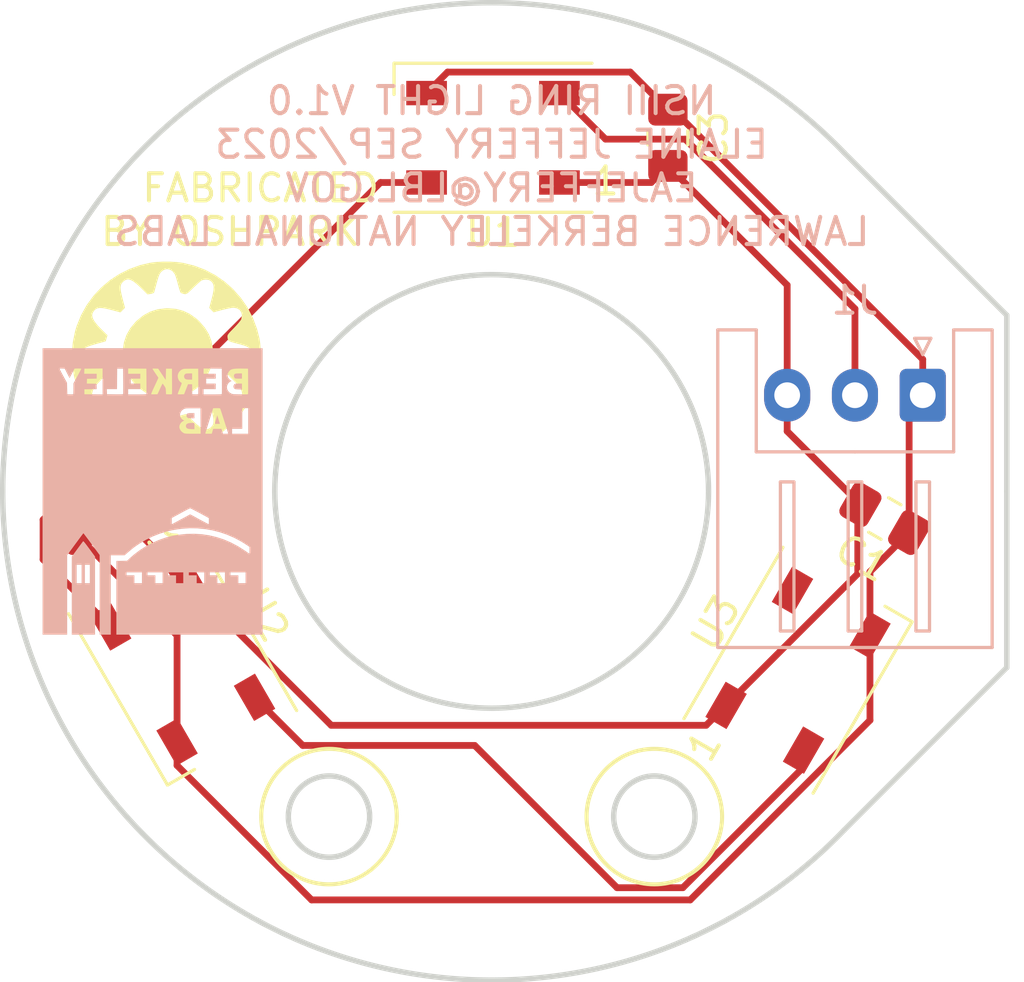
<source format=kicad_pcb>
(kicad_pcb (version 20221018) (generator pcbnew)
  (layers (0 "F.Cu" signal) (31 "B.Cu" signal) (34 "B.Paste" user) (35 "F.Paste" user) (36 "B.SilkS" user "B.Silkscreen") (37 "F.SilkS" user "F.Silkscreen") (38 "B.Mask" user) (39 "F.Mask" user) (44 "Edge.Cuts" user))
  (net 0 "")
  (net 1 "VDD")
  (net 2 "GND")
  (net 3 "Net-(J1-Pin_2)")
  (net 4 "Net-(U1-DOUT)")
  (net 5 "Net-(U2-DOUT)")
  (footprint "LED_SMD:LED_WS2812B_PLCC4_5.0x5.0mm_P3.2mm" (layer "F.Cu") (at 161.3 106.6 60)
    (fp_text reference "U3" (at 0 -3.5 60) (layer "F.SilkS"))
    (fp_text value "2758")
    (fp_text user "1" (at -4.15 -1.6 60) (layer "F.SilkS"))
    (fp_line (start -3.65 -2.75) (end 3.65 -2.75) (stroke (width 0.12)) (layer "F.SilkS"))
    (fp_line (start -3.65 2.75) (end 3.65 2.75) (stroke (width 0.12)) (layer "F.SilkS"))
    (fp_line (start 3.65 2.75) (end 3.65 1.6) (stroke (width 0.12)) (layer "F.SilkS"))
    (pad "1" smd rect (at -2.45 -1.65 60) (size 1.5 0.9) (layers "F.Cu" "F.Paste" "F.Mask") (net 2 "GND"))
    (pad "2" smd rect (at -2.45 1.65 60) (size 1.5 0.9) (layers "F.Cu" "F.Paste" "F.Mask") (net 5 "Net-(U2-DOUT)"))
    (pad "3" smd rect (at 2.45 1.65 60) (size 1.5 0.9) (layers "F.Cu" "F.Paste" "F.Mask") (net 1 "VDD"))
    (pad "4" smd rect (at 2.45 -1.65 60) (size 1.5 0.9) (layers "F.Cu" "F.Paste" "F.Mask"))
  )
  (footprint "LED_SMD:LED_WS2812B_PLCC4_5.0x5.0mm_P3.2mm" (layer "F.Cu") (at 150.05 86.95 180)
    (fp_text reference "U1" (at 0 -3.5) (layer "F.SilkS"))
    (fp_text value "2758")
    (fp_text user "1" (at -4.15 -1.6) (layer "F.SilkS"))
    (fp_line (start -3.65 -2.75) (end 3.65 -2.75) (stroke (width 0.12)) (layer "F.SilkS"))
    (fp_line (start -3.65 2.75) (end 3.65 2.75) (stroke (width 0.12)) (layer "F.SilkS"))
    (fp_line (start 3.65 2.75) (end 3.65 1.6) (stroke (width 0.12)) (layer "F.SilkS"))
    (pad "1" smd rect (at -2.45 -1.65 180) (size 1.5 0.9) (layers "F.Cu" "F.Paste" "F.Mask") (net 2 "GND"))
    (pad "2" smd rect (at -2.45 1.65 180) (size 1.5 0.9) (layers "F.Cu" "F.Paste" "F.Mask") (net 3 "Net-(J1-Pin_2)"))
    (pad "3" smd rect (at 2.45 1.65 180) (size 1.5 0.9) (layers "F.Cu" "F.Paste" "F.Mask") (net 1 "VDD"))
    (pad "4" smd rect (at 2.45 -1.65 180) (size 1.5 0.9) (layers "F.Cu" "F.Paste" "F.Mask") (net 4 "Net-(U1-DOUT)"))
  )
  (footprint "Capacitor_SMD:C_0805_2012Metric_Pad1.18x1.45mm_HandSolder" (layer "F.Cu") (at 164.5 101 150)
    (fp_text reference "C1" (at 0 -1.68 150) (layer "F.SilkS"))
    (fp_text value "4.7")
    (fp_line (start -0.261252 -0.735) (end 0.261252 -0.735) (stroke (width 0.12)) (layer "F.SilkS"))
    (fp_line (start -0.261252 0.735) (end 0.261252 0.735) (stroke (width 0.12)) (layer "F.SilkS"))
    (pad "1" smd roundrect (at -1.0375 0 150) (size 1.175 1.45) (layers "F.Cu" "F.Paste" "F.Mask") (roundrect_rratio 0.212766) (net 1 "VDD"))
    (pad "2" smd roundrect (at 1.0375 0 150) (size 1.175 1.45) (layers "F.Cu" "F.Paste" "F.Mask") (roundrect_rratio 0.212766) (net 2 "GND"))
  )
  (footprint "Capacitor_SMD:C_0805_2012Metric_Pad1.18x1.45mm_HandSolder" (layer "F.Cu") (at 156.5 86.95 -90)
    (fp_text reference "C3" (at 0 -1.68 90) (layer "F.SilkS"))
    (fp_text value "4.7")
    (fp_line (start -0.261252 -0.735) (end 0.261252 -0.735) (stroke (width 0.12)) (layer "F.SilkS"))
    (fp_line (start -0.261252 0.735) (end 0.261252 0.735) (stroke (width 0.12)) (layer "F.SilkS"))
    (pad "1" smd roundrect (at -1.0375 0 270) (size 1.175 1.45) (layers "F.Cu" "F.Paste" "F.Mask") (roundrect_rratio 0.212766) (net 1 "VDD"))
    (pad "2" smd roundrect (at 1.0375 0 270) (size 1.175 1.45) (layers "F.Cu" "F.Paste" "F.Mask") (roundrect_rratio 0.212766) (net 2 "GND"))
  )
  (footprint "footprints:OSHPark_Logo" (layer "F.Cu") (at 138 95)
    (fp_text reference "G***" hide)
    (fp_text value "LOGO" hide)
    (fp_poly (pts (xy 0.349182 -1.737259) (xy 0.61804 -1.668294) (xy 0.867025 -1.550882) (xy 1.101851 -1.382638) (xy 1.221503 -1.273046) (xy 1.42093 -1.046101) (xy 1.568229 -0.807701) (xy 1.665672 -0.552526) (xy 1.715528 -0.27525) (xy 1.723544 -0.095798) (xy 1.697549 0.202506) (xy 1.621865 0.485269) (xy 1.499943 0.747089) (xy 1.335237 0.982564) (xy 1.131198 1.186294) (xy 0.891277 1.352875) (xy 0.752694 1.423381) (xy 0.524094 1.506194) (xy 0.280292 1.5589) (xy 0.03902 1.578934) (xy -0.181989 1.56373) (xy -0.198071 1.56095) (xy -0.492452 1.481651) (xy -0.760497 1.358101) (xy -0.99853 1.1949) (xy -1.202879 0.996647) (xy -1.369869 0.76794) (xy -1.495826 0.513378) (xy -1.577075 0.23756) (xy -1.609943 -0.054914) (xy -1.607272 -0.202953) (xy -1.564764 -0.497026) (xy -1.473619 -0.76796) (xy -1.332548 -1.018467) (xy -1.140261 -1.251259) (xy -1.081142 -1.309766) (xy -0.848061 -1.498027) (xy -0.597337 -1.634859) (xy -0.326306 -1.721317) (xy -0.032304 -1.758457) (xy 0.054741 -1.760162)) (fill solid) (layer "F.SilkS"))
    (fp_poly (pts (xy 0.144299 -3.479251) (xy 0.396076 -3.464097) (xy 0.601085 -3.437482) (xy 1.02098 -3.336222) (xy 1.42381 -3.184141) (xy 1.804639 -2.983798) (xy 2.158535 -2.737754) (xy 2.451697 -2.477602) (xy 2.746035 -2.148099) (xy 2.993121 -1.791462) (xy 3.193446 -1.406779) (xy 3.3475 -0.993134) (xy 3.437243 -0.643211) (xy 3.463015 -0.47329) (xy 3.47918 -0.266359) (xy 3.485706 -0.039306) (xy 3.482561 0.190984) (xy 3.469714 0.407621) (xy 3.447135 0.59372) (xy 3.439617 0.635268) (xy 3.330355 1.062144) (xy 3.176042 1.459055) (xy 2.974849 1.829437) (xy 2.724944 2.176722) (xy 2.464148 2.465085) (xy 2.133591 2.760471) (xy 1.780169 3.006158) (xy 1.403406 3.202402) (xy 1.002823 3.349457) (xy 0.652852 3.43416) (xy 0.468016 3.46127) (xy 0.253559 3.480102) (xy 0.029857 3.489806) (xy -0.18271 3.489532) (xy -0.363765 3.478429) (xy -0.375867 3.477094) (xy -0.800843 3.40139) (xy -1.209429 3.275181) (xy -1.597618 3.101284) (xy -1.961407 2.882516) (xy -2.29679 2.621696) (xy -2.599762 2.321638) (xy -2.866319 1.985162) (xy -3.092455 1.615083) (xy -3.131848 1.538547) (xy -3.292067 1.157673) (xy -3.404467 0.75643) (xy -3.468567 0.341934) (xy -3.483888 -0.078698) (xy -3.481965 -0.102477) (xy -3.110792 -0.102477) (xy -3.104148 0.016046) (xy -3.050908 0.123253) (xy -2.959064 0.203762) (xy -2.948729 0.209407) (xy -2.886773 0.235074) (xy -2.786423 0.269423) (xy -2.662347 0.307672) (xy -2.54844 0.339881) (xy -2.236644 0.424245) (xy -2.203103 0.538028) (xy -2.169562 0.65181) (xy -2.3744 0.85279) (xy -2.531457 1.016762) (xy -2.642864 1.157131) (xy -2.710332 1.277745) (xy -2.73557 1.382454) (xy -2.72029 1.475104) (xy -2.680859 1.542094) (xy -2.616787 1.597408) (xy -2.532084 1.64082) (xy -2.517651 1.645611) (xy -2.467846 1.657397) (xy -2.414985 1.660655) (xy -2.347914 1.653967) (xy -2.255481 1.635917) (xy -2.126531 1.605087) (xy -2.053561 1.586652) (xy -1.696471 1.495637) (xy -1.612366 1.575782) (xy -1.5767 1.611175) (xy -1.553441 1.64402) (xy -1.542875 1.683737) (xy -1.545289 1.739746) (xy -1.560967 1.821467) (xy -1.590197 1.938321) (xy -1.627633 2.078727) (xy -1.666103 2.22989) (xy -1.687632 2.340719) (xy -1.692382 2.422883) (xy -1.680513 2.48805) (xy -1.652186 2.547888) (xy -1.634478 2.57564) (xy -1.546609 2.661852) (xy -1.436169 2.701929) (xy -1.314938 2.692358) (xy -1.281868 2.680799) (xy -1.227676 2.647743) (xy -1.145677 2.584558) (xy -1.046577 2.500017) (xy -0.941078 2.402896) (xy -0.930604 2.392845) (xy -0.670582 2.142325) (xy -0.561489 2.1736) (xy -0.452396 2.204875) (xy -0.367642 2.518871) (xy -0.316821 2.697952) (xy -0.272311 2.831228) (xy -0.230324 2.926693) (xy -0.187072 2.992343) (xy -0.138767 3.036173) (xy -0.115982 3.050042) (xy -0.001206 3.088395) (xy 0.112535 3.074194) (xy 0.16512 3.051368) (xy 0.219396 3.014355) (xy 0.266036 2.959368) (xy 0.308946 2.878341) (xy 0.352033 2.763206) (xy 0.399203 2.605897) (xy 0.422781 2.519279) (xy 0.506358 2.205691) (xy 0.619241 2.173036) (xy 0.732125 2.140382) (xy 0.934004 2.346124) (xy 1.096676 2.502484) (xy 1.235278 2.613726) (xy 1.354061 2.68158) (xy 1.457275 2.707776) (xy 1.549172 2.694042) (xy 1.634002 2.642107) (xy 1.64276 2.634429) (xy 1.697375 2.574653) (xy 1.730873 2.507097) (xy 1.743632 2.422817) (xy 1.736028 2.312869) (xy 1.708439 2.16831) (xy 1.669106 2.009826) (xy 1.578997 1.667796) (xy 1.658518 1.58459) (xy 1.692472 1.549946) (xy 1.723308 1.527001) (xy 1.760296 1.516056) (xy 1.812705 1.517411) (xy 1.889808 1.531366) (xy 2.000874 1.558223) (xy 2.155173 1.598282) (xy 2.165721 1.601037) (xy 2.336764 1.641222) (xy 2.466737 1.65958) (xy 2.56509 1.655364) (xy 2.641273 1.627827) (xy 2.704736 1.576223) (xy 2.721733 1.557098) (xy 2.776132 1.472782) (xy 2.795243 1.385822) (xy 2.776994 1.290816) (xy 2.719309 1.18236) (xy 2.620115 1.055052) (xy 2.477339 0.903491) (xy 2.466755 0.892925) (xy 2.224352 0.651644) (xy 2.2576 0.539038) (xy 2.290849 0.426431) (xy 2.602914 0.341529) (xy 2.78385 0.289584) (xy 2.91899 0.243709) (xy 3.016411 0.200272) (xy 3.084193 0.155641) (xy 3.130412 0.106185) (xy 3.132282 0.103549) (xy 3.16912 0.008561) (xy 3.169612 -0.102162) (xy 3.134808 -0.204379) (xy 3.117842 -0.229507) (xy 3.06747 -0.28341) (xy 3.004549 -0.327068) (xy 2.917937 -0.365757) (xy 2.796486 -0.404754) (xy 2.682327 -0.435695) (xy 2.528805 -0.47566) (xy 2.41998 -0.505816) (xy 2.34768 -0.530547) (xy 2.303734 -0.55424) (xy 2.279968 -0.581277) (xy 2.268212 -0.616045) (xy 2.260431 -0.662056) (xy 2.254116 -0.709267) (xy 2.256394 -0.748127) (xy 2.272991 -0.787764) (xy 2.309632 -0.837301) (xy 2.372043 -0.905865) (xy 2.46595 -1.00258) (xy 2.488565 -1.025645) (xy 2.584874 -1.127368) (xy 2.668335 -1.222062) (xy 2.730371 -1.299544) (xy 2.762401 -1.34963) (xy 2.763257 -1.351738) (xy 2.790083 -1.485052) (xy 2.768847 -1.602521) (xy 2.704995 -1.696068) (xy 2.603974 -1.757613) (xy 2.475091 -1.779095) (xy 2.407389 -1.771987) (xy 2.30225 -1.752707) (xy 2.174817 -1.724318) (xy 2.057902 -1.694676) (xy 1.743705 -1.610258) (xy 1.66307 -1.690893) (xy 1.582435 -1.771528) (xy 1.667079 -2.088699) (xy 1.71479 -2.281415) (xy 1.741924 -2.431398) (xy 1.748066 -2.546813) (xy 1.732798 -2.63582) (xy 1.695701 -2.706584) (xy 1.636359 -2.767266) (xy 1.632195 -2.770674) (xy 1.551435 -2.806886) (xy 1.446967 -2.816967) (xy 1.343323 -2.800663) (xy 1.28567 -2.774266) (xy 1.239631 -2.737588) (xy 1.165485 -2.671743) (xy 1.073776 -2.58633) (xy 0.982755 -2.498521) (xy 0.882724 -2.401242) (xy 0.812118 -2.336738) (xy 0.761628 -2.2991) (xy 0.721949 -2.28242) (xy 0.683772 -2.28079) (xy 0.64844 -2.286278) (xy 0.576155 -2.306658) (xy 0.528202 -2.332384) (xy 0.524586 -2.336215) (xy 0.507827 -2.374413) (xy 0.481805 -2.453303) (xy 0.450413 -2.560441) (xy 0.424876 -2.654957) (xy 0.390282 -2.781143) (xy 0.356209 -2.894291) (xy 0.327278 -2.979603) (xy 0.312372 -3.015202) (xy 0.232931 -3.121063) (xy 0.132148 -3.184515) (xy 0.020863 -3.203379) (xy -0.090081 -3.175472) (xy -0.175952 -3.113416) (xy -0.217755 -3.064322) (xy -0.25317 -3.003297) (xy -0.287012 -2.91898) (xy -0.324101 -2.800014) (xy -0.352962 -2.696013) (xy -0.387692 -2.567708) (xy -0.417651 -2.457723) (xy -0.439746 -2.37737) (xy -0.450882 -2.337962) (xy -0.451109 -2.337225) (xy -0.481659 -2.314609) (xy -0.547017 -2.294002) (xy -0.576577 -2.288341) (xy -0.692542 -2.269797) (xy -0.943533 -2.515936) (xy -1.094115 -2.655672) (xy -1.219405 -2.75234) (xy -1.325141 -2.807969) (xy -1.417059 -2.824589) (xy -1.500896 -2.804228) (xy -1.582391 -2.748917) (xy -1.588019 -2.743912) (xy -1.642581 -2.684222) (xy -1.676076 -2.616786) (xy -1.688875 -2.53267) (xy -1.681352 -2.422939) (xy -1.653879 -2.278658) (xy -1.614124 -2.118393) (xy -1.523774 -1.775447) (xy -1.608162 -1.691059) (xy -1.69255 -1.606672) (xy -2.029043 -1.695705) (xy -2.213417 -1.740862) (xy -2.355468 -1.765805) (xy -2.463878 -1.770194) (xy -2.547331 -1.753688) (xy -2.614509 -1.715946) (xy -2.6618 -1.67087) (xy -2.717613 -1.586035) (xy -2.735451 -1.494789) (xy -2.713571 -1.39284) (xy -2.650234 -1.275895) (xy -2.543698 -1.139663) (xy -2.392223 -0.979851) (xy -2.3744 -0.962274) (xy -2.169562 -0.761293) (xy -2.202486 -0.649786) (xy -2.23541 -0.538279) (xy -2.547824 -0.452229) (xy -2.733134 -0.398733) (xy -2.871894 -0.351507) (xy -2.971238 -0.306117) (xy -3.038301 -0.25813) (xy -3.080216 -0.203115) (xy -3.10412 -0.136638) (xy -3.110792 -0.102477) (xy -3.481965 -0.102477) (xy -3.449949 -0.498347) (xy -3.36627 -0.909896) (xy -3.309641 -1.098446) (xy -3.148342 -1.497991) (xy -2.941535 -1.870323) (xy -2.692883 -2.21229) (xy -2.406051 -2.520737) (xy -2.084701 -2.792512) (xy -1.732497 -3.024461) (xy -1.353101 -3.213431) (xy -0.950178 -3.356269) (xy -0.590069 -3.439383) (xy -0.369922 -3.466928) (xy -0.118083 -3.480206)) (fill solid) (layer "F.SilkS"))
  )
  (footprint "Capacitor_SMD:C_0805_2012Metric_Pad1.18x1.45mm_HandSolder" (layer "F.Cu") (at 135.5 101 30)
    (fp_text reference "C2" (at 0 -1.68 30) (layer "F.SilkS"))
    (fp_text value "4.7")
    (fp_line (start -0.261252 -0.735) (end 0.261252 -0.735) (stroke (width 0.12)) (layer "F.SilkS"))
    (fp_line (start -0.261252 0.735) (end 0.261252 0.735) (stroke (width 0.12)) (layer "F.SilkS"))
    (pad "1" smd roundrect (at -1.0375 0 30) (size 1.175 1.45) (layers "F.Cu" "F.Paste" "F.Mask") (roundrect_rratio 0.212766) (net 1 "VDD"))
    (pad "2" smd roundrect (at 1.0375 0 30) (size 1.175 1.45) (layers "F.Cu" "F.Paste" "F.Mask") (roundrect_rratio 0.212766) (net 2 "GND"))
  )
  (footprint "LED_SMD:LED_WS2812B_PLCC4_5.0x5.0mm_P3.2mm" (layer "F.Cu") (at 138.6 106.3 -60)
    (fp_text reference "U2" (at 0 -3.5 120) (layer "F.SilkS"))
    (fp_text value "2758")
    (fp_text user "1" (at -4.15 -1.6 120) (layer "F.SilkS"))
    (fp_line (start -3.65 -2.75) (end 3.65 -2.75) (stroke (width 0.12)) (layer "F.SilkS"))
    (fp_line (start -3.65 2.75) (end 3.65 2.75) (stroke (width 0.12)) (layer "F.SilkS"))
    (fp_line (start 3.65 2.75) (end 3.65 1.6) (stroke (width 0.12)) (layer "F.SilkS"))
    (pad "1" smd rect (at -2.45 -1.65 300) (size 1.5 0.9) (layers "F.Cu" "F.Paste" "F.Mask") (net 2 "GND"))
    (pad "2" smd rect (at -2.45 1.65 300) (size 1.5 0.9) (layers "F.Cu" "F.Paste" "F.Mask") (net 4 "Net-(U1-DOUT)"))
    (pad "3" smd rect (at 2.45 1.65 300) (size 1.5 0.9) (layers "F.Cu" "F.Paste" "F.Mask") (net 1 "VDD"))
    (pad "4" smd rect (at 2.45 -1.65 300) (size 1.5 0.9) (layers "F.Cu" "F.Paste" "F.Mask") (net 5 "Net-(U2-DOUT)"))
  )
  (footprint "Connector_JST:JST_XH_S3B-XH-A_1x03_P2.50mm_Horizontal" (layer "B.Cu") (at 165.9 96.45 180)
    (fp_text reference "J1" (at 2.5 3.5) (layer "B.SilkS") (effects (justify mirror)))
    (fp_text value "Conn_01x03_Pin")
    (fp_line (start -2.56 -9.31) (end -2.56 2.41) (stroke (width 0.12)) (layer "B.SilkS"))
    (fp_line (start -2.56 2.41) (end -1.14 2.41) (stroke (width 0.12)) (layer "B.SilkS"))
    (fp_line (start -1.14 -2.09) (end 2.5 -2.09) (stroke (width 0.12)) (layer "B.SilkS"))
    (fp_line (start -1.14 2.41) (end -1.14 -2.09) (stroke (width 0.12)) (layer "B.SilkS"))
    (fp_line (start -0.3 2.1) (end 0.3 2.1) (stroke (width 0.12)) (layer "B.SilkS"))
    (fp_line (start -0.25 -8.7) (end 0.25 -8.7) (stroke (width 0.12)) (layer "B.SilkS"))
    (fp_line (start -0.25 -3.2) (end -0.25 -8.7) (stroke (width 0.12)) (layer "B.SilkS"))
    (fp_line (start 0 1.5) (end -0.3 2.1) (stroke (width 0.12)) (layer "B.SilkS"))
    (fp_line (start 0.25 -8.7) (end 0.25 -3.2) (stroke (width 0.12)) (layer "B.SilkS"))
    (fp_line (start 0.25 -3.2) (end -0.25 -3.2) (stroke (width 0.12)) (layer "B.SilkS"))
    (fp_line (start 0.3 2.1) (end 0 1.5) (stroke (width 0.12)) (layer "B.SilkS"))
    (fp_line (start 2.25 -8.7) (end 2.75 -8.7) (stroke (width 0.12)) (layer "B.SilkS"))
    (fp_line (start 2.25 -3.2) (end 2.25 -8.7) (stroke (width 0.12)) (layer "B.SilkS"))
    (fp_line (start 2.5 -9.31) (end -2.56 -9.31) (stroke (width 0.12)) (layer "B.SilkS"))
    (fp_line (start 2.5 -9.31) (end 7.56 -9.31) (stroke (width 0.12)) (layer "B.SilkS"))
    (fp_line (start 2.75 -8.7) (end 2.75 -3.2) (stroke (width 0.12)) (layer "B.SilkS"))
    (fp_line (start 2.75 -3.2) (end 2.25 -3.2) (stroke (width 0.12)) (layer "B.SilkS"))
    (fp_line (start 4.75 -8.7) (end 5.25 -8.7) (stroke (width 0.12)) (layer "B.SilkS"))
    (fp_line (start 4.75 -3.2) (end 4.75 -8.7) (stroke (width 0.12)) (layer "B.SilkS"))
    (fp_line (start 5.25 -8.7) (end 5.25 -3.2) (stroke (width 0.12)) (layer "B.SilkS"))
    (fp_line (start 5.25 -3.2) (end 4.75 -3.2) (stroke (width 0.12)) (layer "B.SilkS"))
    (fp_line (start 6.14 -2.09) (end 2.5 -2.09) (stroke (width 0.12)) (layer "B.SilkS"))
    (fp_line (start 6.14 2.41) (end 6.14 -2.09) (stroke (width 0.12)) (layer "B.SilkS"))
    (fp_line (start 7.56 -9.31) (end 7.56 2.41) (stroke (width 0.12)) (layer "B.SilkS"))
    (fp_line (start 7.56 2.41) (end 6.14 2.41) (stroke (width 0.12)) (layer "B.SilkS"))
    (pad "1" thru_hole roundrect (at 0 0 180) (size 1.7 1.95) (drill 0.95) (layers "*.Cu" "*.Mask") (roundrect_rratio 0.147059) (net 1 "VDD"))
    (pad "2" thru_hole oval (at 2.5 0 180) (size 1.7 1.95) (drill 0.95) (layers "*.Cu" "*.Mask") (net 3 "Net-(J1-Pin_2)"))
    (pad "3" thru_hole oval (at 5 0 180) (size 1.7 1.95) (drill 0.95) (layers "*.Cu" "*.Mask") (net 2 "GND"))
  )
  (footprint "footprints:Berkeley_Lab_Logo" (layer "B.Cu") (at 137.5 100 180)
    (fp_text reference "G***" hide)
    (fp_text value "LOGO" hide)
    (fp_poly (pts (xy -2.33947 2.678718) (xy -2.317771 2.608222) (xy -2.302683 2.557858) (xy -2.294954 2.524287) (xy -2.295331 2.504173) (xy -2.304561 2.494177) (xy -2.32339 2.490963) (xy -2.352566 2.491194) (xy -2.381348 2.491619) (xy -2.477157 2.491619) (xy -2.461597 2.543024) (xy -2.450876 2.578321) (xy -2.435756 2.627943) (xy -2.418921 2.683086) (xy -2.412861 2.702909) (xy -2.379684 2.811389)) (fill solid) (layer "B.SilkS"))
    (fp_poly (pts (xy -1.448405 2.527616) (xy -1.363515 2.523574) (xy -1.300063 2.511524) (xy -1.256385 2.490636) (xy -1.230815 2.460079) (xy -1.221691 2.419022) (xy -1.221619 2.414351) (xy -1.228696 2.370768) (xy -1.251173 2.338349) (xy -1.290917 2.316109) (xy -1.349796 2.303067) (xy -1.429678 2.298239) (xy -1.442357 2.298163) (xy -1.536095 2.298095) (xy -1.536095 2.413) (xy -1.536095 2.527905)) (fill solid) (layer "B.SilkS"))
    (fp_poly (pts (xy -1.281644 4.353451) (xy -1.243385 4.35029) (xy -1.217476 4.343818) (xy -1.198018 4.33305) (xy -1.194372 4.330287) (xy -1.163213 4.291876) (xy -1.153754 4.24387) (xy -1.161614 4.201667) (xy -1.178611 4.168173) (xy -1.206124 4.145298) (xy -1.247863 4.131503) (xy -1.30754 4.125254) (xy -1.348019 4.124476) (xy -1.451429 4.124476) (xy -1.451429 4.239381) (xy -1.451429 4.354286) (xy -1.338155 4.354286)) (fill solid) (layer "B.SilkS"))
    (fp_poly (pts (xy -3.103539 4.352465) (xy -3.055564 4.345967) (xy -3.023859 4.333235) (xy -3.004564 4.312714) (xy -2.993821 4.282849) (xy -2.993762 4.282582) (xy -2.994059 4.244941) (xy -3.007089 4.206491) (xy -3.028677 4.177028) (xy -3.042494 4.168275) (xy -3.062734 4.164976) (xy -3.100606 4.162415) (xy -3.149558 4.160959) (xy -3.175989 4.160762) (xy -3.289905 4.160762) (xy -3.289905 4.257524) (xy -3.289905 4.354286) (xy -3.171644 4.354286)) (fill solid) (layer "B.SilkS"))
    (fp_poly (pts (xy -1.358118 2.889974) (xy -1.31844 2.887051) (xy -1.29198 2.881155) (xy -1.273269 2.871445) (xy -1.268921 2.86813) (xy -1.245287 2.835038) (xy -1.239832 2.794095) (xy -1.252264 2.75307) (xy -1.274303 2.725909) (xy -1.292489 2.712299) (xy -1.312579 2.703809) (xy -1.34064 2.699261) (xy -1.382742 2.697476) (xy -1.421865 2.697238) (xy -1.536095 2.697238) (xy -1.536095 2.794) (xy -1.536095 2.890762) (xy -1.416483 2.890762)) (fill solid) (layer "B.SilkS"))
    (fp_poly (pts (xy -3.104762 3.978951) (xy -3.065957 3.977123) (xy -3.040543 3.972831) (xy -3.023121 3.965055) (xy -3.008292 3.952777) (xy -3.005117 3.949645) (xy -2.980121 3.909308) (xy -2.974768 3.863176) (xy -2.988985 3.819034) (xy -3.006611 3.796989) (xy -3.023048 3.783576) (xy -3.041875 3.774688) (xy -3.068626 3.769149) (xy -3.108832 3.76578) (xy -3.163849 3.763542) (xy -3.289905 3.759417) (xy -3.289905 3.869375) (xy -3.289905 3.979333) (xy -3.162355 3.979333)) (fill solid) (layer "B.SilkS"))
    (fp_poly (pts (xy 2.569958 -1.840504) (xy 2.580714 -1.85417) (xy 2.603758 -1.884713) (xy 2.637116 -1.929472) (xy 2.678812 -1.985784) (xy 2.726871 -2.050991) (xy 2.779319 -2.122429) (xy 2.786077 -2.131654) (xy 2.987524 -2.406688) (xy 2.987524 -3.846154) (xy 2.987524 -5.285619) (xy 2.558143 -5.285619) (xy 2.128762 -5.285619) (xy 2.128762 -3.845111) (xy 2.128762 -2.709333) (xy 2.322286 -2.709333) (xy 2.322286 -3.048) (xy 2.322286 -3.386667) (xy 2.413 -3.386667) (xy 2.503714 -3.386667) (xy 2.503714 -3.048) (xy 2.503714 -2.709333) (xy 2.624667 -2.709333) (xy 2.624667 -3.048) (xy 2.624667 -3.386667) (xy 2.715381 -3.386667) (xy 2.806095 -3.386667) (xy 2.806095 -3.048) (xy 2.806095 -2.709333) (xy 2.715381 -2.709333) (xy 2.624667 -2.709333) (xy 2.503714 -2.709333) (xy 2.413 -2.709333) (xy 2.322286 -2.709333) (xy 2.128762 -2.709333) (xy 2.128762 -2.404602) (xy 2.342024 -2.114496) (xy 2.404859 -2.029435) (xy 2.455141 -1.962433) (xy 2.494279 -1.911792) (xy 2.523684 -1.875819) (xy 2.544767 -1.852816) (xy 2.558938 -1.84109) (xy 2.567607 -1.838944)) (fill solid) (layer "B.SilkS"))
    (fp_poly (pts (xy 4.064 0) (xy 4.064 -5.285619) (xy 3.610428 -5.285619) (xy 3.156857 -5.285619) (xy 3.156857 -3.818444) (xy 3.156857 -2.351269) (xy 2.861198 -1.949234) (xy 2.797438 -1.862685) (xy 2.738083 -1.782407) (xy 2.684667 -1.710452) (xy 2.638723 -1.648872) (xy 2.601782 -1.599718) (xy 2.57538 -1.565043) (xy 2.561047 -1.546898) (xy 2.558939 -1.544671) (xy 2.550601 -1.553543) (xy 2.529522 -1.579932) (xy 2.497226 -1.62182) (xy 2.455239 -1.677188) (xy 2.405088 -1.744018) (xy 2.348299 -1.820293) (xy 2.286397 -1.903994) (xy 2.255884 -1.945445) (xy 1.959428 -2.348746) (xy 1.959428 -3.817183) (xy 1.959428 -5.285619) (xy 1.753809 -5.285619) (xy 1.54819 -5.285619) (xy 1.54819 -3.822095) (xy 1.54819 -2.358571) (xy 1.293534 -2.358571) (xy 1.038878 -2.358571) (xy 0.90951 -2.246491) (xy 0.827291 -2.176151) (xy 0.756219 -2.117705) (xy 0.689953 -2.066332) (xy 0.622151 -2.017212) (xy 0.546473 -1.965524) (xy 0.495905 -1.932098) (xy 0.250014 -1.785147) (xy -0.005078 -1.65991) (xy -0.267925 -1.556379) (xy -0.537076 -1.474548) (xy -0.811083 -1.41441) (xy -1.088498 -1.375959) (xy -1.367871 -1.359188) (xy -1.647755 -1.36409) (xy -1.9267 -1.39066) (xy -2.203258 -1.438889) (xy -2.475981 -1.508773) (xy -2.743418 -1.600304) (xy -3.004123 -1.713475) (xy -3.256646 -1.848281) (xy -3.419265 -1.949856) (xy -3.568095 -2.048569) (xy -3.568095 -2.173933) (xy -3.567513 -2.231227) (xy -3.565467 -2.267628) (xy -3.561513 -2.286411) (xy -3.555205 -2.290853) (xy -3.552359 -2.289625) (xy -3.53727 -2.279599) (xy -3.506225 -2.258448) (xy -3.46313 -2.228849) (xy -3.411893 -2.193484) (xy -3.386049 -2.175589) (xy -3.138741 -2.018272) (xy -2.88428 -1.883991) (xy -2.62326 -1.772866) (xy -2.356274 -1.685016) (xy -2.083916 -1.620561) (xy -1.806778 -1.57962) (xy -1.525454 -1.562312) (xy -1.240537 -1.568757) (xy -0.95262 -1.599074) (xy -0.724443 -1.63977) (xy -0.474759 -1.70395) (xy -0.226267 -1.790501) (xy 0.017735 -1.897694) (xy 0.25395 -2.023803) (xy 0.479081 -2.167098) (xy 0.689831 -2.325853) (xy 0.845486 -2.462474) (xy 0.947116 -2.558143) (xy 1.144843 -2.561981) (xy 1.342571 -2.565818) (xy 1.342571 -3.925719) (xy 1.342571 -5.285619) (xy -1.354667 -5.285619) (xy -4.051905 -5.285619) (xy -4.051905 -2.987524) (xy -3.422953 -2.987524) (xy -3.422953 -3.187095) (xy -3.422953 -3.386667) (xy -3.289905 -3.386667) (xy -3.156857 -3.386667) (xy -3.156857 -3.241524) (xy -3.156857 -3.096381) (xy -3.011714 -3.096381) (xy -2.866572 -3.096381) (xy -2.866572 -3.041952) (xy -2.866572 -2.987524) (xy -2.660953 -2.987524) (xy -2.660953 -3.187095) (xy -2.660953 -3.386667) (xy -2.521857 -3.386667) (xy -2.382762 -3.386667) (xy -2.382762 -3.241524) (xy -2.382762 -3.096381) (xy -2.243667 -3.096381) (xy -2.104572 -3.096381) (xy -2.104572 -3.041952) (xy -2.104572 -2.987524) (xy -1.898953 -2.987524) (xy -1.898953 -3.187095) (xy -1.898953 -3.386667) (xy -1.759857 -3.386667) (xy -1.620762 -3.386667) (xy -1.620762 -3.241524) (xy -1.620762 -3.096381) (xy -1.475619 -3.096381) (xy -1.330476 -3.096381) (xy -1.330476 -3.041952) (xy -1.330476 -2.987524) (xy -1.124857 -2.987524) (xy -1.124857 -3.187095) (xy -1.124857 -3.386667) (xy -0.99181 -3.386667) (xy -0.858762 -3.386667) (xy -0.858762 -3.241524) (xy -0.858762 -3.096381) (xy -0.713619 -3.096381) (xy -0.568476 -3.096381) (xy -0.568476 -3.041952) (xy -0.568476 -2.987524) (xy -0.362857 -2.987524) (xy -0.362857 -3.187095) (xy -0.362857 -3.386667) (xy -0.22981 -3.386667) (xy -0.096762 -3.386667) (xy -0.096762 -3.241524) (xy -0.096762 -3.096381) (xy 0.048381 -3.096381) (xy 0.193524 -3.096381) (xy 0.193524 -3.041952) (xy 0.193524 -2.987524) (xy 0.399143 -2.987524) (xy 0.399143 -3.187095) (xy 0.399143 -3.386667) (xy 0.538238 -3.386667) (xy 0.677333 -3.386667) (xy 0.677333 -3.241524) (xy 0.677333 -3.096381) (xy 0.822476 -3.096381) (xy 0.967619 -3.096381) (xy 0.967619 -3.041952) (xy 0.967619 -2.987524) (xy 0.683381 -2.987524) (xy 0.399143 -2.987524) (xy 0.193524 -2.987524) (xy -0.084667 -2.987524) (xy -0.362857 -2.987524) (xy -0.568476 -2.987524) (xy -0.846667 -2.987524) (xy -1.124857 -2.987524) (xy -1.330476 -2.987524) (xy -1.614714 -2.987524) (xy -1.898953 -2.987524) (xy -2.104572 -2.987524) (xy -2.382762 -2.987524) (xy -2.660953 -2.987524) (xy -2.866572 -2.987524) (xy -3.144762 -2.987524) (xy -3.422953 -2.987524) (xy -4.051905 -2.987524) (xy -4.051905 -1.097292) (xy -2.068286 -1.097292) (xy -2.067534 -1.146038) (xy -2.065516 -1.184093) (xy -2.062589 -1.206143) (xy -2.060757 -1.209524) (xy -2.048664 -1.20397) (xy -2.017927 -1.188229) (xy -1.97115 -1.163679) (xy -1.910934 -1.131699) (xy -1.839883 -1.093668) (xy -1.760599 -1.050966) (xy -1.716661 -1.027199) (xy -1.380093 -0.844874) (xy -1.092213 -1.001322) (xy -1.013137 -1.044229) (xy -0.938446 -1.084632) (xy -0.871562 -1.12069) (xy -0.815905 -1.150562) (xy -0.774895 -1.172407) (xy -0.752929 -1.183892) (xy -0.701524 -1.210015) (xy -0.701524 -1.095745) (xy -0.701524 -0.981474) (xy -1.031119 -0.80219) (xy -1.113357 -0.757781) (xy -1.189326 -0.717377) (xy -1.256283 -0.682387) (xy -1.311487 -0.654223) (xy -1.352194 -0.634294) (xy -1.375661 -0.62401) (xy -1.379815 -0.622905) (xy -1.394827 -0.628485) (xy -1.42833 -0.644296) (xy -1.477599 -0.668943) (xy -1.53991 -0.701033) (xy -1.612539 -0.739172) (xy -1.692761 -0.781964) (xy -1.7336 -0.803983) (xy -2.068286 -0.985061) (xy -2.068286 -1.097292) (xy -4.051905 -1.097292) (xy -4.051905 0) (xy -4.051905 3.072191) (xy -3.519714 3.072191) (xy -3.519714 2.600476) (xy -3.519714 2.128762) (xy -3.223381 2.128762) (xy -2.927048 2.128762) (xy -2.927048 2.137086) (xy -2.781905 2.137086) (xy -2.770767 2.133215) (xy -2.741176 2.130302) (xy -2.698864 2.128843) (xy -2.68544 2.128762) (xy -2.588975 2.128762) (xy -2.561464 2.219363) (xy -2.533953 2.309964) (xy -2.381603 2.310077) (xy -2.229253 2.310191) (xy -2.202894 2.219476) (xy -2.176536 2.128762) (xy -2.055072 2.128762) (xy -1.766189 2.128762) (xy -1.478785 2.129028) (xy -1.385987 2.129296) (xy -1.314007 2.130062) (xy -1.259475 2.131552) (xy -1.21902 2.133994) (xy -1.189273 2.137617) (xy -1.166861 2.142649) (xy -1.148416 2.149317) (xy -1.143 2.151741) (xy -1.084857 2.188984) (xy -1.035677 2.239936) (xy -0.999723 2.298621) (xy -0.981259 2.359064) (xy -0.979714 2.380569) (xy -0.990981 2.446311) (xy -1.021885 2.508709) (xy -1.068077 2.561258) (xy -1.124386 2.5971) (xy -1.166248 2.615029) (xy -1.130209 2.630182) (xy -1.099801 2.648853) (xy -1.066569 2.677589) (xy -1.055902 2.688919) (xy -1.021071 2.745311) (xy -1.006891 2.807841) (xy -1.012231 2.872123) (xy -1.035963 2.93377) (xy -1.076957 2.988394) (xy -1.134084 3.031609) (xy -1.145695 3.037691) (xy -1.165228 3.046821) (xy -1.184248 3.053757) (xy -1.206309 3.058799) (xy -1.234964 3.062249) (xy -1.273768 3.064408) (xy -1.326273 3.065575) (xy -1.396035 3.066053) (xy -1.481667 3.066143) (xy -1.759857 3.066143) (xy -1.763023 2.597452) (xy -1.766189 2.128762) (xy -2.055072 2.128762) (xy -1.999953 2.129128) (xy -1.964963 2.130724) (xy -1.946046 2.134296) (xy -1.939145 2.140592) (xy -1.940071 2.149929) (xy -1.945036 2.165895) (xy -1.956407 2.202296) (xy -1.973355 2.256483) (xy -1.995053 2.32581) (xy -2.020669 2.407627) (xy -2.049377 2.499286) (xy -2.080347 2.59814) (xy -2.086029 2.616271) (xy -2.117028 2.715336) (xy -2.145635 2.807011) (xy -2.171064 2.888768) (xy -2.192535 2.958081) (xy -2.209265 3.01242) (xy -2.22047 3.04926) (xy -2.22537 3.066072) (xy -2.225524 3.066818) (xy -2.236787 3.069022) (xy -2.267247 3.070787) (xy -2.311913 3.071905) (xy -2.352783 3.072191) (xy -2.409721 3.071881) (xy -2.447185 3.070337) (xy -2.469887 3.066634) (xy -2.482542 3.05985) (xy -2.489863 3.04906) (xy -2.491694 3.044976) (xy -2.497976 3.027476) (xy -2.510349 2.990614) (xy -2.527836 2.937442) (xy -2.549463 2.871008) (xy -2.574256 2.79436) (xy -2.60124 2.710549) (xy -2.62944 2.622622) (xy -2.657881 2.53363) (xy -2.68559 2.446622) (xy -2.711591 2.364645) (xy -2.734909 2.290751) (xy -2.75457 2.227987) (xy -2.7696 2.179403) (xy -2.779023 2.148048) (xy -2.781905 2.137086) (xy -2.927048 2.137086) (xy -2.927048 2.219476) (xy -2.927048 2.310191) (xy -3.114524 2.310191) (xy -3.302 2.310191) (xy -3.302 2.691191) (xy -3.302 3.072191) (xy -3.410857 3.072191) (xy -3.519714 3.072191) (xy -4.051905 3.072191) (xy -4.051905 3.870254) (xy -3.517587 3.870254) (xy -3.517448 3.784042) (xy -3.516992 3.710636) (xy -3.516236 3.652792) (xy -3.515199 3.613261) (xy -3.513899 3.594798) (xy -3.513706 3.594074) (xy -3.507583 3.588741) (xy -3.492115 3.584828) (xy -3.464649 3.582223) (xy -3.422537 3.580814) (xy -3.363126 3.58049) (xy -3.283766 3.581138) (xy -3.225964 3.58194) (xy -3.136075 3.583401) (xy -3.066834 3.584931) (xy -3.014701 3.586893) (xy -2.976136 3.589654) (xy -2.947599 3.593578) (xy -2.925549 3.59903) (xy -2.906446 3.606375) (xy -2.88675 3.615978) (xy -2.884494 3.617137) (xy -2.81922 3.661937) (xy -2.771859 3.717748) (xy -2.743265 3.780867) (xy -2.734288 3.847591) (xy -2.738229 3.870436) (xy -2.550016 3.870436) (xy -2.549933 3.784387) (xy -2.549551 3.71118) (xy -2.548884 3.653559) (xy -2.547947 3.614266) (xy -2.546756 3.596047) (xy -2.546576 3.595348) (xy -2.539132 3.590618) (xy -2.519433 3.586903) (xy -2.485356 3.584107) (xy -2.434783 3.582136) (xy -2.365594 3.580895) (xy -2.275668 3.580289) (xy -2.207761 3.580191) (xy -1.874762 3.580191) (xy -1.874762 3.676952) (xy -1.874762 3.773714) (xy -2.098524 3.773714) (xy -2.322286 3.773714) (xy -2.322286 3.870368) (xy -1.679141 3.870368) (xy -1.679037 3.784258) (xy -1.678627 3.710978) (xy -1.677927 3.653273) (xy -1.676953 3.613893) (xy -1.675722 3.595582) (xy -1.675537 3.594874) (xy -1.664986 3.586956) (xy -1.638716 3.582788) (xy -1.593385 3.582007) (xy -1.563507 3.582741) (xy -1.457476 3.586238) (xy -1.454138 3.770691) (xy -1.450799 3.955143) (xy -1.375518 3.95509) (xy -1.300238 3.955036) (xy -1.227667 3.770637) (xy -1.155095 3.586238) (xy -1.047196 3.582713) (xy -0.997207 3.581752) (xy -0.955738 3.582193) (xy -0.929261 3.583916) (xy -0.924184 3.584987) (xy -0.921749 3.595669) (xy -0.928254 3.623379) (xy -0.944129 3.669397) (xy -0.969802 3.735007) (xy -0.994091 3.79389) (xy -1.024169 3.866297) (xy -1.025801 3.870368) (xy -0.711522 3.870368) (xy -0.711418 3.784258) (xy -0.711008 3.710978) (xy -0.710308 3.653273) (xy -0.709334 3.613893) (xy -0.708103 3.595582) (xy -0.707918 3.594874) (xy -0.697367 3.586956) (xy -0.671097 3.582788) (xy -0.625766 3.582007) (xy -0.595888 3.582741) (xy -0.489857 3.586238) (xy -0.48381 3.701817) (xy -0.480491 3.756349) (xy -0.475756 3.794562) (xy -0.467185 3.824308) (xy -0.452357 3.853436) (xy -0.428852 3.889798) (xy -0.423333 3.897982) (xy -0.3972 3.935531) (xy -0.376017 3.963854) (xy -0.363442 3.978128) (xy -0.361965 3.97895) (xy -0.354953 3.968632) (xy -0.339734 3.939744) (xy -0.318033 3.895777) (xy -0.291577 3.840217) (xy -0.264944 3.782786) (xy -0.174862 3.586238) (xy -0.067222 3.582713) (xy -0.017245 3.581764) (xy 0.024256 3.582242) (xy 0.050777 3.58402) (xy 0.055829 3.585102) (xy 0.057281 3.595678) (xy 0.049192 3.623396) (xy 0.031162 3.669249) (xy 0.002793 3.73423) (xy -0.036315 3.819334) (xy -0.050078 3.848674) (xy -0.060289 3.870436) (xy 0.231889 3.870436) (xy 0.231972 3.784387) (xy 0.232354 3.71118) (xy 0.233021 3.653559) (xy 0.233958 3.614266) (xy 0.235148 3.596047) (xy 0.235329 3.595348) (xy 0.242772 3.590618) (xy 0.262472 3.586903) (xy 0.296549 3.584107) (xy 0.347121 3.582136) (xy 0.416311 3.580895) (xy 0.506236 3.580289) (xy 0.574144 3.580191) (xy 0.907143 3.580191) (xy 0.907143 3.676952) (xy 0.907143 3.773714) (xy 0.683381 3.773714) (xy 0.459619 3.773714) (xy 0.459619 3.870405) (xy 1.090659 3.870405) (xy 1.090751 3.784328) (xy 1.091146 3.711088) (xy 1.091828 3.653429) (xy 1.092782 3.614096) (xy 1.093991 3.595835) (xy 1.094174 3.595132) (xy 1.101322 3.59015) (xy 1.120003 3.586455) (xy 1.152578 3.583952) (xy 1.201413 3.582543) (xy 1.26887 3.582134) (xy 1.357315 3.582629) (xy 1.393679 3.582999) (xy 1.687286 3.586238) (xy 1.690818 3.679976) (xy 1.694351 3.773714) (xy 1.506538 3.773714) (xy 1.318725 3.773714) (xy 1.315529 4.151691) (xy 1.312333 4.529667) (xy 1.203476 4.529667) (xy 1.094619 4.529667) (xy 1.091447 4.070086) (xy 1.090886 3.966573) (xy 1.090659 3.870405) (xy 0.459619 3.870405) (xy 0.459619 3.876524) (xy 0.459619 3.979333) (xy 0.635 3.979333) (xy 0.810381 3.979333) (xy 0.810381 4.070048) (xy 0.810381 4.160762) (xy 0.635 4.160762) (xy 0.459619 4.160762) (xy 0.459619 4.251476) (xy 0.459619 4.342191) (xy 0.683381 4.342191) (xy 0.907143 4.342191) (xy 0.907143 4.439144) (xy 0.907143 4.536097) (xy 1.850571 4.536097) (xy 1.850571 4.057952) (xy 1.850571 3.579808) (xy 2.186214 3.583023) (xy 2.521857 3.586238) (xy 2.521857 3.676952) (xy 2.521857 3.767667) (xy 2.294586 3.770959) (xy 2.067316 3.774252) (xy 2.070825 3.873769) (xy 2.074333 3.973286) (xy 2.253261 3.976636) (xy 2.432189 3.979986) (xy 2.428642 4.06735) (xy 2.425095 4.154714) (xy 2.24669 4.158062) (xy 2.068286 4.161409) (xy 2.068286 4.2518) (xy 2.068286 4.342191) (xy 2.298604 4.342191) (xy 2.528922 4.342191) (xy 2.52539 4.435929) (xy 2.52201 4.525614) (xy 2.636762 4.525614) (xy 2.64234 4.51264) (xy 2.658029 4.481461) (xy 2.682258 4.43506) (xy 2.713459 4.376417) (xy 2.750061 4.308511) (xy 2.78167 4.250447) (xy 2.926579 3.985381) (xy 2.926813 3.790849) (xy 2.927396 3.724523) (xy 2.928856 3.666833) (xy 2.931008 3.622057) (xy 2.93367 3.59447) (xy 2.935546 3.587819) (xy 2.950763 3.584338) (xy 2.983988 3.582407) (xy 3.02907 3.582303) (xy 3.047427 3.582779) (xy 3.150809 3.586238) (xy 3.156857 3.797905) (xy 3.162905 4.009572) (xy 3.304363 4.267229) (xy 3.353529 4.357946) (xy 3.390462 4.428772) (xy 3.415523 4.48047) (xy 3.429076 4.5138) (xy 3.431485 4.529524) (xy 3.430163 4.530894) (xy 3.410749 4.53343) (xy 3.374972 4.534284) (xy 3.331038 4.533285) (xy 3.247571 4.529667) (xy 3.158542 4.355312) (xy 3.069513 4.180958) (xy 2.980393 4.349265) (xy 2.949923 4.407327) (xy 2.923904 4.457901) (xy 2.904276 4.497131) (xy 2.892983 4.521161) (xy 2.891017 4.526643) (xy 2.879832 4.530738) (xy 2.850597 4.533566) (xy 2.809396 4.535153) (xy 2.762312 4.535523) (xy 2.715428 4.534701) (xy 2.674827 4.532711) (xy 2.646592 4.529578) (xy 2.636762 4.525614) (xy 2.52201 4.525614) (xy 2.521857 4.529667) (xy 2.186214 4.532882) (xy 1.850571 4.536097) (xy 0.907143 4.536097) (xy 0.5715 4.532882) (xy 0.235857 4.529667) (xy 0.232685 4.070086) (xy 0.232122 3.966583) (xy 0.231889 3.870436) (xy -0.060289 3.870436) (xy -0.085594 3.924364) (xy -0.118605 3.995198) (xy -0.147378 4.057422) (xy -0.170183 4.107282) (xy -0.185288 4.141025) (xy -0.189584 4.151101) (xy -0.207774 4.195868) (xy -0.097839 4.357451) (xy -0.060747 4.41249) (xy -0.028998 4.46059) (xy -0.004887 4.498195) (xy 0.009292 4.52175) (xy 0.012095 4.527845) (xy 0.000926 4.531404) (xy -0.028937 4.533444) (xy -0.072032 4.533691) (xy -0.093738 4.533161) (xy -0.199572 4.529667) (xy -0.338667 4.32164) (xy -0.477762 4.113614) (xy -0.48381 4.32164) (xy -0.489857 4.529667) (xy -0.598714 4.529667) (xy -0.707572 4.529667) (xy -0.710744 4.070086) (xy -0.711302 3.96656) (xy -0.711522 3.870368) (xy -1.025801 3.870368) (xy -1.045563 3.91966) (xy -1.059211 3.957129) (xy -1.066053 3.981853) (xy -1.067028 3.996983) (xy -1.063076 4.005667) (xy -1.058339 4.009331) (xy -1.004976 4.047903) (xy -0.967209 4.093783) (xy -0.948079 4.12957) (xy -0.923766 4.207539) (xy -0.921793 4.284725) (xy -0.940879 4.357397) (xy -0.979748 4.421825) (xy -1.03712 4.474277) (xy -1.073442 4.495385) (xy -1.09566 4.505956) (xy -1.115817 4.513955) (xy -1.137633 4.519754) (xy -1.164826 4.523725) (xy -1.201114 4.526239) (xy -1.250216 4.527667) (xy -1.315852 4.528382) (xy -1.40174 4.528756) (xy -1.407528 4.528775) (xy -1.675191 4.529667) (xy -1.678363 4.070086) (xy -1.678921 3.96656) (xy -1.679141 3.870368) (xy -2.322286 3.870368) (xy -2.322286 3.876524) (xy -2.322286 3.979333) (xy -2.146905 3.979333) (xy -1.971524 3.979333) (xy -1.971524 4.070048) (xy -1.971524 4.160762) (xy -2.146905 4.160762) (xy -2.322286 4.160762) (xy -2.322286 4.251476) (xy -2.322286 4.342191) (xy -2.098524 4.342191) (xy -1.874762 4.342191) (xy -1.874762 4.439144) (xy -1.874762 4.536097) (xy -2.210405 4.532882) (xy -2.546048 4.529667) (xy -2.54922 4.070086) (xy -2.549783 3.966583) (xy -2.550016 3.870436) (xy -2.738229 3.870436) (xy -2.745781 3.914217) (xy -2.778596 3.977042) (xy -2.796661 3.998962) (xy -2.828132 4.02923) (xy -2.857989 4.051617) (xy -2.874347 4.059467) (xy -2.89514 4.069084) (xy -2.903423 4.080688) (xy -2.895512 4.087848) (xy -2.890797 4.088191) (xy -2.870327 4.097296) (xy -2.842306 4.120567) (xy -2.812444 4.151942) (xy -2.78645 4.185353) (xy -2.770035 4.214738) (xy -2.769048 4.2175) (xy -2.75891 4.28485) (xy -2.770359 4.352712) (xy -2.801477 4.415874) (xy -2.850348 4.469122) (xy -2.865862 4.480794) (xy -2.900161 4.499421) (xy -2.944491 4.513696) (xy -3.001515 4.523932) (xy -3.073895 4.530445) (xy -3.164296 4.53355) (xy -3.275379 4.533562) (xy -3.308048 4.533096) (xy -3.513667 4.529667) (xy -3.516839 4.070086) (xy -3.51739 3.96652) (xy -3.517587 3.870254) (xy -4.051905 3.870254) (xy -4.051905 5.285619) (xy 0.006047 5.285619) (xy 4.064 5.285619)) (fill solid) (layer "B.SilkS"))
  )
  (gr_circle (center 156 112) (end 156 109.5) (stroke (width 0.15)) (fill none) (layer "F.SilkS"))
  (gr_circle (center 144 112) (end 144 109.5) (stroke (width 0.15)) (fill none) (layer "F.SilkS"))
  (gr_arc (start 162.999999 112.499999) (mid 131.965313 100) (end 162.999999 87.500001) (stroke (width 0.2)) (layer "Edge.Cuts"))
  (gr_circle (center 144 112) (end 144 113.5) (stroke (width 0.2)) (fill none) (layer "Edge.Cuts"))
  (gr_circle (center 150 100) (end 158 100) (stroke (width 0.2)) (fill none) (layer "Edge.Cuts"))
  (gr_line (start 169 100) (end 169 93.5) (stroke (width 0.2)) (layer "Edge.Cuts"))
  (gr_circle (center 156 112) (end 156 113.5) (stroke (width 0.2)) (fill none) (layer "Edge.Cuts"))
  (gr_line (start 169 100) (end 169 106.5) (stroke (width 0.2)) (layer "Edge.Cuts"))
  (gr_line (start 169 93.5) (end 163 87.5) (stroke (width 0.2)) (layer "Edge.Cuts"))
  (gr_line (start 169 106.5) (end 163 112.5) (stroke (width 0.2)) (layer "Edge.Cuts"))
  (gr_text "NSIII RING LIGHT V1.0\nELAINE JEFFERY SEP/2023\nEAJEFFERY@LBL.GOV\nLAWRENCE BERKELEY NATIONAL LABS\n" (at 150 91) (layer "B.SilkS") (effects (font (size 1 1)) (justify bottom mirror)))
  (gr_text "  FABRICATED\nBY OSHPARK" (at 135.5 91) (layer "F.SilkS") (effects (font (size 1 1)) (justify left bottom)))
  (segment (start 138.396058 105.313309) (end 134.601499 101.51875) (width 0.25) (layer "F.Cu") (net 1))
  (segment (start 163.953942 108.445612) (end 157.324554 115.075) (width 0.25) (layer "F.Cu") (net 1))
  (segment (start 165.9 96.45) (end 165.9 95.125431) (width 0.25) (layer "F.Cu") (net 1))
  (segment (start 165.398501 101.51875) (end 163.953942 102.963309) (width 0.25) (layer "F.Cu") (net 1))
  (segment (start 165.398501 101.51875) (end 165.398501 96.951499) (width 0.25) (layer "F.Cu") (net 1))
  (segment (start 138.396058 110.112788) (end 138.396058 109.246762) (width 0.25) (layer "F.Cu") (net 1))
  (segment (start 163.953942 105.303238) (end 163.953942 108.445612) (width 0.25) (layer "F.Cu") (net 1))
  (segment (start 156.5 85.9125) (end 155.1125 84.525) (width 0.25) (layer "F.Cu") (net 1))
  (segment (start 165.398501 96.951499) (end 165.9 96.45) (width 0.25) (layer "F.Cu") (net 1))
  (segment (start 156.687069 85.9125) (end 156.5 85.9125) (width 0.25) (layer "F.Cu") (net 1))
  (segment (start 165.9 95.125431) (end 156.687069 85.9125) (width 0.25) (layer "F.Cu") (net 1))
  (segment (start 143.35827 115.075) (end 138.396058 110.112788) (width 0.25) (layer "F.Cu") (net 1))
  (segment (start 138.396058 109.246762) (end 138.396058 105.313309) (width 0.25) (layer "F.Cu") (net 1))
  (segment (start 155.1125 84.525) (end 148.375 84.525) (width 0.25) (layer "F.Cu") (net 1))
  (segment (start 157.324554 115.075) (end 143.35827 115.075) (width 0.25) (layer "F.Cu") (net 1))
  (segment (start 163.953942 102.963309) (end 163.953942 105.303238) (width 0.25) (layer "F.Cu") (net 1))
  (segment (start 148.375 84.525) (end 147.6 85.3) (width 0.25) (layer "F.Cu") (net 1))
  (segment (start 158.646058 107.896762) (end 157.911278 108.631542) (width 0.25) (layer "F.Cu") (net 2))
  (segment (start 160.9 96.45) (end 160.9 92.3875) (width 0.25) (layer "F.Cu") (net 2))
  (segment (start 156.5 87.9875) (end 155.8875 88.6) (width 0.25) (layer "F.Cu") (net 2))
  (segment (start 157.911278 108.631542) (end 144.082246 108.631542) (width 0.25) (layer "F.Cu") (net 2))
  (segment (start 136.398501 100.48125) (end 136.398501 100.947797) (width 0.25) (layer "F.Cu") (net 2))
  (segment (start 155.8875 88.6) (end 152.5 88.6) (width 0.25) (layer "F.Cu") (net 2))
  (segment (start 163.503942 100.578807) (end 163.503942 103.038878) (width 0.25) (layer "F.Cu") (net 2))
  (segment (start 163.503942 103.038878) (end 158.646058 107.896762) (width 0.25) (layer "F.Cu") (net 2))
  (segment (start 163.601499 100.48125) (end 160.9 97.779751) (width 0.25) (layer "F.Cu") (net 2))
  (segment (start 160.9 97.779751) (end 160.9 96.45) (width 0.25) (layer "F.Cu") (net 2))
  (segment (start 160.9 92.3875) (end 156.5 87.9875) (width 0.25) (layer "F.Cu") (net 2))
  (segment (start 144.082246 108.631542) (end 138.803942 103.353238) (width 0.25) (layer "F.Cu") (net 2))
  (segment (start 136.398501 100.947797) (end 138.803942 103.353238) (width 0.25) (layer "F.Cu") (net 2))
  (segment (start 163.601499 100.48125) (end 163.503942 100.578807) (width 0.25) (layer "F.Cu") (net 2))
  (segment (start 154.2 87) (end 157.138173 87) (width 0.25) (layer "F.Cu") (net 3))
  (segment (start 152.5 85.3) (end 154.2 87) (width 0.25) (layer "F.Cu") (net 3))
  (segment (start 163.4 93.261827) (end 163.4 96.45) (width 0.25) (layer "F.Cu") (net 3))
  (segment (start 157.138173 87) (end 163.4 93.261827) (width 0.25) (layer "F.Cu") (net 3))
  (segment (start 133.454663 101.045337) (end 145.9 88.6) (width 0.25) (layer "F.Cu") (net 4))
  (segment (start 145.9 88.6) (end 147.6 88.6) (width 0.25) (layer "F.Cu") (net 4))
  (segment (start 133.454663 102.511843) (end 133.454663 101.045337) (width 0.25) (layer "F.Cu") (net 4))
  (segment (start 135.946058 105.003238) (end 133.454663 102.511843) (width 0.25) (layer "F.Cu") (net 4))
  (segment (start 157.051778 114.625) (end 161.503942 110.172836) (width 0.25) (layer "F.Cu") (net 5))
  (segment (start 143.03218 109.375) (end 149.375 109.375) (width 0.25) (layer "F.Cu") (net 5))
  (segment (start 154.625 114.625) (end 157.051778 114.625) (width 0.25) (layer "F.Cu") (net 5))
  (segment (start 141.253942 107.596762) (end 143.03218 109.375) (width 0.25) (layer "F.Cu") (net 5))
  (segment (start 161.503942 110.172836) (end 161.503942 109.546762) (width 0.25) (layer "F.Cu") (net 5))
  (segment (start 149.375 109.375) (end 154.625 114.625) (width 0.25) (layer "F.Cu") (net 5))
)
</source>
